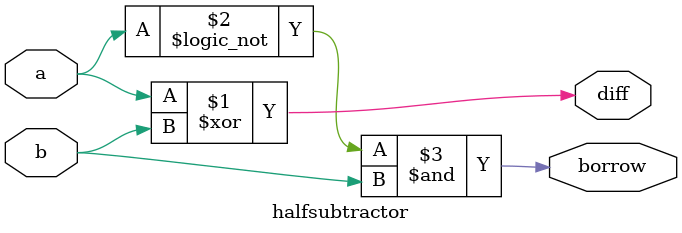
<source format=v>
module halfsubtractor(a,b,diff,borrow);
           input a,b;
           output diff,borrow;

           assign diff = a^b;
           assign borrow = !(a) & b;
endmodule

</source>
